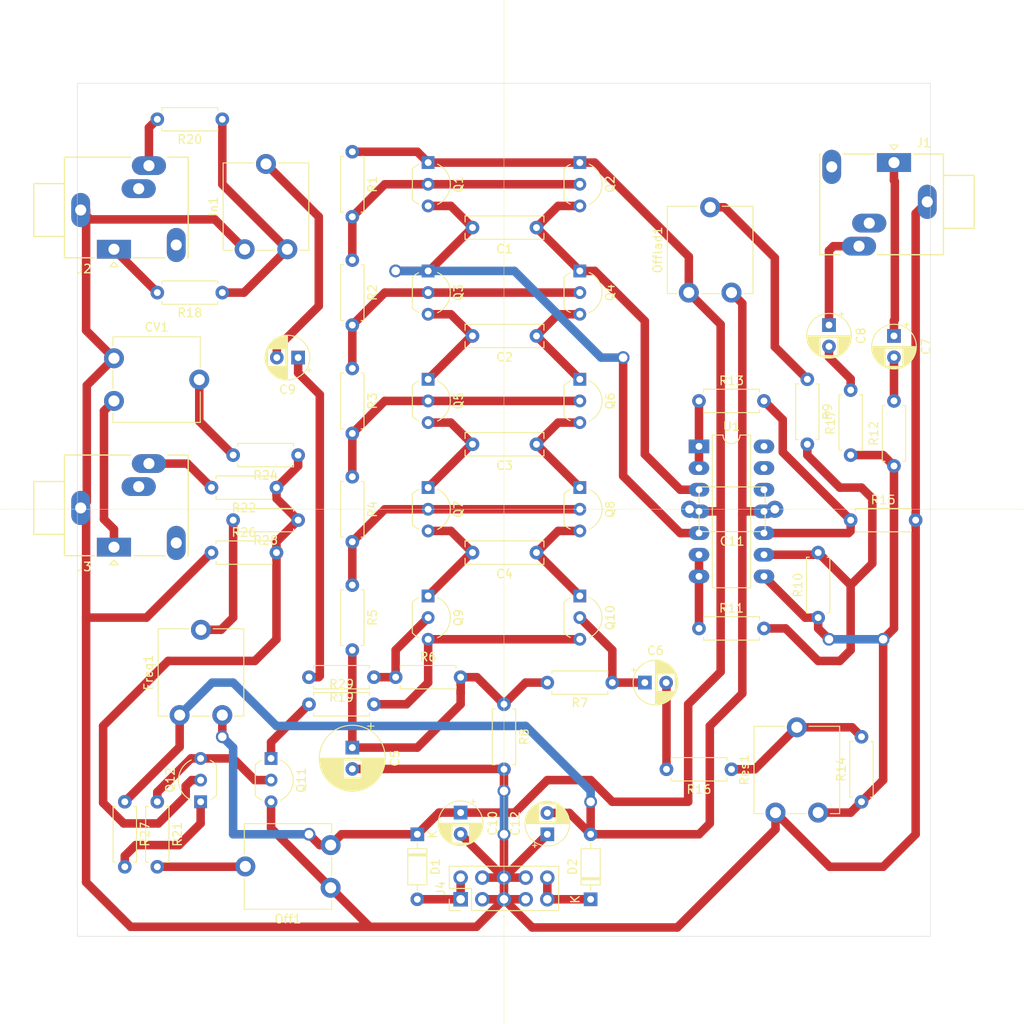
<source format=kicad_pcb>
(kicad_pcb (version 20171130) (host pcbnew "(5.1.5-0-10_14)")
  (title_block (title "Ladder Filter") (date 2021-01-14) (rev 1.0) (company "Sound & Solder | SDIY | Social Design 2021 | David Scheßl, Danny Nedkova"))
  (layers (0 F.Cu signal) (31 B.Cu signal) (34 B.Paste user) (35 F.Paste user) (36 B.SilkS user) (37 F.SilkS user) (38 B.Mask user) (39 F.Mask user) (44 Edge.Cuts user))
  (net 0 "")
  (net 1 "Net-(C2-Pad1)")
  (net 2 "Net-(C2-Pad2)")
  (net 3 "Net-(C3-Pad2)")
  (net 4 "Net-(C3-Pad1)")
  (net 5 "Net-(C4-Pad1)")
  (net 6 "Net-(C4-Pad2)")
  (net 7 "Net-(C5-Pad1)")
  (net 8 GND)
  (net 9 IN)
  (net 10 +12V)
  (net 11 CV)
  (net 12 "Net-(Q1-Pad2)")
  (net 13 "Net-(Q3-Pad2)")
  (net 14 "Net-(Q5-Pad2)")
  (net 15 "Net-(Q7-Pad2)")
  (net 16 RES)
  (net 17 Out2)
  (net 18 Out1)
  (net 19 "Net-(C6-Pad2)")
  (net 20 "Net-(R10-Pad2)")
  (net 21 "Net-(R11-Pad1)")
  (net 22 "Net-(R13-Pad2)")
  (net 23 "Net-(R13-Pad1)")
  (net 24 "Net-(R10-Pad1)")
  (net 25 "Net-(R14-Pad2)")
  (net 26 -12V)
  (net 27 "Net-(C7-Pad2)")
  (net 28 "Net-(C7-Pad1)")
  (net 29 "Net-(C8-Pad2)")
  (net 30 "Net-(C8-Pad1)")
  (net 31 "Net-(C9-Pad2)")
  (net 32 "Net-(Q10-Pad3)")
  (net 33 "Net-(Q11-Pad2)")
  (net 34 "Net-(Q12-Pad1)")
  (net 35 "Net-(Q12-Pad2)")
  (net 36 "Net-(J2-PadT)")
  (net 37 "Net-(J2-PadR)")
  (net 38 "Net-(J3-PadR)")
  (net 39 "Net-(D1-Pad2)")
  (net 40 "Net-(D2-Pad1)")
  (net 41 "Net-(C9-Pad1)")
  (net 42 "Net-(Freq1-Pad2)")
  (net 43 "Net-(Off1-Pad2)")
  (net 44 "Net-(CV1-Pad1)")
  (net 45 "Net-(CV1-Pad2)")
  (net 46 "Net-(In1-Pad1)")
  (net 47 "Net-(Offlad1-Pad2)")
  (module Capacitor_THT:C_Disc_D7.5mm_W5.0mm_P10.00mm (layer F.Cu) (at 170.48 98.4 180)
    (fp_text reference C11 (at 5 -3.75) (layer F.SilkS))
    (fp_text value 100n)
    (pad 2 thru_hole circle (at 10 0 180) (size 2 2) (drill 1) (layers *.Cu *.Mask) (net 10 +12V))
    (pad 1 thru_hole circle (at 0 0 180) (size 2 2) (drill 1) (layers *.Cu *.Mask) (net 26 -12V))
  )
  (module Package_TO_SOT_THT:TO-92_Inline_Wide (layer F.Cu) (at 103.17 132.69 90)
    (fp_text reference Q12 (at 2.54 -3.56 90) (layer F.SilkS))
    (fp_text value BC557)
    (pad 1 thru_hole rect (at 0 0 180) (size 1.5 1.5) (drill 0.8) (layers *.Cu *.Mask) (net 34 "Net-(Q12-Pad1)"))
    (pad 3 thru_hole circle (at 5.08 0 180) (size 1.5 1.5) (drill 0.8) (layers *.Cu *.Mask) (net 33 "Net-(Q11-Pad2)"))
    (pad 2 thru_hole circle (at 2.54 0 180) (size 1.5 1.5) (drill 0.8) (layers *.Cu *.Mask) (net 35 "Net-(Q12-Pad2)"))
  )
  (module Connector_PinHeader_2.54mm:PinHeader_2x05_P2.54mm_Vertical (layer F.Cu) (at 133.65 144.12 90)
    (fp_text reference J4 (at 1.27 -2.33 90) (layer F.SilkS))
    (fp_text value EURO_PWR_2x5)
    (pad 10 thru_hole oval (at 2.54 10.16 90) (size 1.7 1.7) (drill 1) (layers *.Cu *.Mask) (net 40 "Net-(D2-Pad1)"))
    (pad 9 thru_hole oval (at 0 10.16 90) (size 1.7 1.7) (drill 1) (layers *.Cu *.Mask) (net 40 "Net-(D2-Pad1)"))
    (pad 8 thru_hole oval (at 2.54 7.62 90) (size 1.7 1.7) (drill 1) (layers *.Cu *.Mask) (net 8 GND))
    (pad 7 thru_hole oval (at 0 7.62 90) (size 1.7 1.7) (drill 1) (layers *.Cu *.Mask) (net 8 GND))
    (pad 6 thru_hole oval (at 2.54 5.08 90) (size 1.7 1.7) (drill 1) (layers *.Cu *.Mask) (net 8 GND))
    (pad 5 thru_hole oval (at 0 5.08 90) (size 1.7 1.7) (drill 1) (layers *.Cu *.Mask) (net 8 GND))
    (pad 4 thru_hole oval (at 2.54 2.54 90) (size 1.7 1.7) (drill 1) (layers *.Cu *.Mask) (net 8 GND))
    (pad 3 thru_hole oval (at 0 2.54 90) (size 1.7 1.7) (drill 1) (layers *.Cu *.Mask) (net 8 GND))
    (pad 2 thru_hole oval (at 2.54 0 90) (size 1.7 1.7) (drill 1) (layers *.Cu *.Mask) (net 39 "Net-(D1-Pad2)"))
    (pad 1 thru_hole rect (at 0 0 90) (size 1.7 1.7) (drill 1) (layers *.Cu *.Mask) (net 39 "Net-(D1-Pad2)"))
  )
  (module Connector_Audio:Jack_3.5mm_Ledino_KB3SPRS_Horizontal (layer F.Cu) (at 93.01 102.845)
    (fp_text reference J3 (at -3.5 2.3) (layer F.SilkS))
    (fp_text value Cv)
    (pad S thru_hole oval (at -3.9 -4.6) (size 2.2 4) (drill 1.3) (layers *.Cu *.Mask) (net 8 GND))
    (pad R thru_hole oval (at 4.1 -9.8) (size 4 2.2) (drill 1.3) (layers *.Cu *.Mask) (net 38 "Net-(J3-PadR)"))
    (pad RN thru_hole oval (at 2.9 -7.1) (size 4 2.2) (drill 1.3) (layers *.Cu *.Mask))
    (pad TN thru_hole oval (at 7.3 -0.5 90) (size 4 2.2) (drill 1.3) (layers *.Cu *.Mask))
    (pad T thru_hole rect (at 0 0) (size 4 2.2) (drill 1.3) (layers *.Cu *.Mask) (net 44 "Net-(CV1-Pad1)"))
  )
  (module Connector_Audio:Jack_3.5mm_Ledino_KB3SPRS_Horizontal (layer F.Cu) (at 93.01 67.92)
    (fp_text reference J2 (at -3.5 2.3) (layer F.SilkS))
    (fp_text value In)
    (pad S thru_hole oval (at -3.9 -4.6) (size 2.2 4) (drill 1.3) (layers *.Cu *.Mask) (net 8 GND))
    (pad R thru_hole oval (at 4.1 -9.8) (size 4 2.2) (drill 1.3) (layers *.Cu *.Mask) (net 37 "Net-(J2-PadR)"))
    (pad RN thru_hole oval (at 2.9 -7.1) (size 4 2.2) (drill 1.3) (layers *.Cu *.Mask))
    (pad TN thru_hole oval (at 7.3 -0.5 90) (size 4 2.2) (drill 1.3) (layers *.Cu *.Mask))
    (pad T thru_hole rect (at 0 0) (size 4 2.2) (drill 1.3) (layers *.Cu *.Mask) (net 36 "Net-(J2-PadT)"))
  )
  (module Connector_Audio:Jack_3.5mm_Ledino_KB3SPRS_Horizontal (layer F.Cu) (at 184.45 57.76 180)
    (fp_text reference J1 (at -3.5 2.3) (layer F.SilkS))
    (fp_text value Out)
    (pad S thru_hole oval (at -3.9 -4.6 180) (size 2.2 4) (drill 1.3) (layers *.Cu *.Mask) (net 8 GND))
    (pad R thru_hole oval (at 4.1 -9.8 180) (size 4 2.2) (drill 1.3) (layers *.Cu *.Mask) (net 30 "Net-(C8-Pad1)"))
    (pad RN thru_hole oval (at 2.9 -7.1 180) (size 4 2.2) (drill 1.3) (layers *.Cu *.Mask))
    (pad TN thru_hole oval (at 7.3 -0.5 270) (size 4 2.2) (drill 1.3) (layers *.Cu *.Mask))
    (pad T thru_hole rect (at 0 0 180) (size 4 2.2) (drill 1.3) (layers *.Cu *.Mask) (net 28 "Net-(C7-Pad1)"))
  )
  (module Diode_THT:D_DO-35_SOD27_P7.62mm_Horizontal (layer F.Cu) (at 148.89 144.12 90)
    (fp_text reference D2 (at 3.81 -2.12 90) (layer F.SilkS))
    (fp_text value D)
    (fp_text user K (at 0 -1.8 90) (layer F.SilkS))
    (pad 2 thru_hole oval (at 7.62 0 90) (size 1.6 1.6) (drill 0.8) (layers *.Cu *.Mask) (net 26 -12V))
    (pad 1 thru_hole rect (at 0 0 90) (size 1.6 1.6) (drill 0.8) (layers *.Cu *.Mask) (net 40 "Net-(D2-Pad1)"))
  )
  (module Diode_THT:D_DO-35_SOD27_P7.62mm_Horizontal (layer F.Cu) (at 128.57 136.5 270)
    (fp_text reference D1 (at 3.81 -2.12 90) (layer F.SilkS))
    (fp_text value D)
    (fp_text user K (at 0 -1.8 90) (layer F.SilkS))
    (pad 2 thru_hole oval (at 7.62 0 270) (size 1.6 1.6) (drill 0.8) (layers *.Cu *.Mask) (net 39 "Net-(D1-Pad2)"))
    (pad 1 thru_hole rect (at 0 0 270) (size 1.6 1.6) (drill 0.8) (layers *.Cu *.Mask) (net 10 +12V))
  )
  (module Potentiometer_THT:Potentiometer_ACP_CA9-V10_Vertical (layer F.Cu) (at 105.71 122.53 90)
    (fp_text reference Freq1 (at 5 -8.65 90) (layer F.SilkS))
    (fp_text value 100k)
    (pad 1 thru_hole circle (at 0 0 90) (size 2.34 2.34) (drill 1.3) (layers *.Cu *.Mask) (net 10 +12V))
    (pad 2 thru_hole circle (at 10 -2.5 90) (size 2.34 2.34) (drill 1.3) (layers *.Cu *.Mask) (net 42 "Net-(Freq1-Pad2)"))
    (pad 3 thru_hole circle (at 0 -5 90) (size 2.34 2.34) (drill 1.3) (layers *.Cu *.Mask) (net 26 -12V))
  )
  (module Potentiometer_THT:Potentiometer_ACP_CA9-V10_Vertical (layer F.Cu) (at 93.01 85.7)
    (fp_text reference CV1 (at 5 -8.65) (layer F.SilkS))
    (fp_text value 100k)
    (pad 1 thru_hole circle (at 0 0) (size 2.34 2.34) (drill 1.3) (layers *.Cu *.Mask) (net 44 "Net-(CV1-Pad1)"))
    (pad 2 thru_hole circle (at 10 -2.5) (size 2.34 2.34) (drill 1.3) (layers *.Cu *.Mask) (net 45 "Net-(CV1-Pad2)"))
    (pad 3 thru_hole circle (at 0 -5) (size 2.34 2.34) (drill 1.3) (layers *.Cu *.Mask) (net 8 GND))
  )
  (module Potentiometer_THT:Potentiometer_ACP_CA9-V10_Vertical (layer F.Cu) (at 118.41 137.77 180)
    (fp_text reference Off1 (at 5 -8.65) (layer F.SilkS))
    (fp_text value 100k)
    (pad 1 thru_hole circle (at 0 0 180) (size 2.34 2.34) (drill 1.3) (layers *.Cu *.Mask) (net 10 +12V))
    (pad 2 thru_hole circle (at 10 -2.5 180) (size 2.34 2.34) (drill 1.3) (layers *.Cu *.Mask) (net 43 "Net-(Off1-Pad2)"))
    (pad 3 thru_hole circle (at 0 -5 180) (size 2.34 2.34) (drill 1.3) (layers *.Cu *.Mask) (net 8 GND))
  )
  (module Potentiometer_THT:Potentiometer_ACP_CA9-V10_Vertical (layer F.Cu) (at 113.33 67.92 90)
    (fp_text reference In1 (at 5 -8.65 90) (layer F.SilkS))
    (fp_text value 10k)
    (pad 1 thru_hole circle (at 0 0 90) (size 2.34 2.34) (drill 1.3) (layers *.Cu *.Mask) (net 46 "Net-(In1-Pad1)"))
    (pad 2 thru_hole circle (at 10 -2.5 90) (size 2.34 2.34) (drill 1.3) (layers *.Cu *.Mask) (net 31 "Net-(C9-Pad2)"))
    (pad 3 thru_hole circle (at 0 -5 90) (size 2.34 2.34) (drill 1.3) (layers *.Cu *.Mask) (net 8 GND))
  )
  (module Resistor_THT:R_Axial_DIN0207_L6.3mm_D2.5mm_P7.62mm_Horizontal (layer F.Cu) (at 115.87 121.26)
    (fp_text reference R29 (at 3.81 -2.37) (layer F.SilkS))
    (fp_text value 1k)
    (pad 2 thru_hole oval (at 7.62 0) (size 1.6 1.6) (drill 0.8) (layers *.Cu *.Mask) (net 32 "Net-(Q10-Pad3)"))
    (pad 1 thru_hole circle (at 0 0) (size 1.6 1.6) (drill 0.8) (layers *.Cu *.Mask) (net 11 CV))
  )
  (module Resistor_THT:R_Axial_DIN0207_L6.3mm_D2.5mm_P7.62mm_Horizontal (layer F.Cu) (at 114.6 99.67 180)
    (fp_text reference R28 (at 3.81 -2.37) (layer F.SilkS))
    (fp_text value 100k)
    (pad 2 thru_hole oval (at 7.62 0 180) (size 1.6 1.6) (drill 0.8) (layers *.Cu *.Mask) (net 42 "Net-(Freq1-Pad2)"))
    (pad 1 thru_hole circle (at 0 0 180) (size 1.6 1.6) (drill 0.8) (layers *.Cu *.Mask) (net 35 "Net-(Q12-Pad2)"))
  )
  (module Resistor_THT:R_Axial_DIN0207_L6.3mm_D2.5mm_P7.62mm_Horizontal (layer F.Cu) (at 94.28 132.69 270)
    (fp_text reference R27 (at 3.81 -2.37 90) (layer F.SilkS))
    (fp_text value 1,2k)
    (pad 2 thru_hole oval (at 7.62 0 270) (size 1.6 1.6) (drill 0.8) (layers *.Cu *.Mask) (net 34 "Net-(Q12-Pad1)"))
    (pad 1 thru_hole circle (at 0 0 270) (size 1.6 1.6) (drill 0.8) (layers *.Cu *.Mask) (net 26 -12V))
  )
  (module Resistor_THT:R_Axial_DIN0207_L6.3mm_D2.5mm_P7.62mm_Horizontal (layer F.Cu) (at 104.44 103.48)
    (fp_text reference R26 (at 3.81 -2.37) (layer F.SilkS))
    (fp_text value 1,2k)
    (pad 2 thru_hole oval (at 7.62 0) (size 1.6 1.6) (drill 0.8) (layers *.Cu *.Mask) (net 35 "Net-(Q12-Pad2)"))
    (pad 1 thru_hole circle (at 0 0) (size 1.6 1.6) (drill 0.8) (layers *.Cu *.Mask) (net 8 GND))
  )
  (module Resistor_THT:R_Axial_DIN0207_L6.3mm_D2.5mm_P7.62mm_Horizontal (layer F.Cu) (at 114.6 92.05 180)
    (fp_text reference R24 (at 3.81 -2.37) (layer F.SilkS))
    (fp_text value 100k)
    (pad 2 thru_hole oval (at 7.62 0 180) (size 1.6 1.6) (drill 0.8) (layers *.Cu *.Mask) (net 45 "Net-(CV1-Pad2)"))
    (pad 1 thru_hole circle (at 0 0 180) (size 1.6 1.6) (drill 0.8) (layers *.Cu *.Mask) (net 35 "Net-(Q12-Pad2)"))
  )
  (module Resistor_THT:R_Axial_DIN0207_L6.3mm_D2.5mm_P7.62mm_Horizontal (layer F.Cu) (at 112.06 95.86 180)
    (fp_text reference R22 (at 3.81 -2.37) (layer F.SilkS))
    (fp_text value 100k)
    (pad 2 thru_hole oval (at 7.62 0 180) (size 1.6 1.6) (drill 0.8) (layers *.Cu *.Mask) (net 38 "Net-(J3-PadR)"))
    (pad 1 thru_hole circle (at 0 0 180) (size 1.6 1.6) (drill 0.8) (layers *.Cu *.Mask) (net 35 "Net-(Q12-Pad2)"))
  )
  (module Resistor_THT:R_Axial_DIN0207_L6.3mm_D2.5mm_P7.62mm_Horizontal (layer F.Cu) (at 98.09 132.69 270)
    (fp_text reference R21 (at 3.81 -2.37 90) (layer F.SilkS))
    (fp_text value 100k)
    (pad 2 thru_hole oval (at 7.62 0 270) (size 1.6 1.6) (drill 0.8) (layers *.Cu *.Mask) (net 43 "Net-(Off1-Pad2)"))
    (pad 1 thru_hole circle (at 0 0 270) (size 1.6 1.6) (drill 0.8) (layers *.Cu *.Mask) (net 33 "Net-(Q11-Pad2)"))
  )
  (module Resistor_THT:R_Axial_DIN0207_L6.3mm_D2.5mm_P7.62mm_Horizontal (layer F.Cu) (at 105.71 52.68 180)
    (fp_text reference R20 (at 3.81 -2.37) (layer F.SilkS))
    (fp_text value 1k)
    (pad 2 thru_hole oval (at 7.62 0 180) (size 1.6 1.6) (drill 0.8) (layers *.Cu *.Mask) (net 37 "Net-(J2-PadR)"))
    (pad 1 thru_hole circle (at 0 0 180) (size 1.6 1.6) (drill 0.8) (layers *.Cu *.Mask) (net 46 "Net-(In1-Pad1)"))
  )
  (module Resistor_THT:R_Axial_DIN0207_L6.3mm_D2.5mm_P7.62mm_Horizontal (layer F.Cu) (at 123.49 118.085 180)
    (fp_text reference R19 (at 3.81 -2.37) (layer F.SilkS))
    (fp_text value 9k)
    (pad 2 thru_hole oval (at 7.62 0 180) (size 1.6 1.6) (drill 0.8) (layers *.Cu *.Mask) (net 41 "Net-(C9-Pad1)"))
    (pad 1 thru_hole circle (at 0 0 180) (size 1.6 1.6) (drill 0.8) (layers *.Cu *.Mask) (net 9 IN))
  )
  (module Resistor_THT:R_Axial_DIN0207_L6.3mm_D2.5mm_P7.62mm_Horizontal (layer F.Cu) (at 105.71 73 180)
    (fp_text reference R18 (at 3.81 -2.37) (layer F.SilkS))
    (fp_text value 1k)
    (pad 2 thru_hole oval (at 7.62 0 180) (size 1.6 1.6) (drill 0.8) (layers *.Cu *.Mask) (net 36 "Net-(J2-PadT)"))
    (pad 1 thru_hole circle (at 0 0 180) (size 1.6 1.6) (drill 0.8) (layers *.Cu *.Mask) (net 46 "Net-(In1-Pad1)"))
  )
  (module Resistor_THT:R_Axial_DIN0207_L6.3mm_D2.5mm_P7.62mm_Horizontal (layer F.Cu) (at 179.37 92.05 90)
    (fp_text reference R17 (at 3.81 -2.37 90) (layer F.SilkS))
    (fp_text value 1k)
    (pad 2 thru_hole oval (at 7.62 0 90) (size 1.6 1.6) (drill 0.8) (layers *.Cu *.Mask) (net 29 "Net-(C8-Pad2)"))
    (pad 1 thru_hole circle (at 0 0 90) (size 1.6 1.6) (drill 0.8) (layers *.Cu *.Mask) (net 24 "Net-(R10-Pad1)"))
  )
  (module Package_TO_SOT_THT:TO-92_Inline_Wide (layer F.Cu) (at 111.425 127.61 270)
    (fp_text reference Q11 (at 2.54 -3.56 90) (layer F.SilkS))
    (fp_text value BC547)
    (pad 1 thru_hole rect (at 0 0) (size 1.5 1.5) (drill 0.8) (layers *.Cu *.Mask) (net 11 CV))
    (pad 3 thru_hole circle (at 5.08 0) (size 1.5 1.5) (drill 0.8) (layers *.Cu *.Mask) (net 8 GND))
    (pad 2 thru_hole circle (at 2.54 0) (size 1.5 1.5) (drill 0.8) (layers *.Cu *.Mask) (net 33 "Net-(Q11-Pad2)"))
  )
  (module Capacitor_THT:CP_Radial_D5.0mm_P2.50mm (layer F.Cu) (at 143.81 136.5 90)
    (fp_text reference C12 (at 1.25 -3.75 90) (layer F.SilkS))
    (fp_text value 10u)
    (pad 2 thru_hole circle (at 2.5 0 90) (size 1.6 1.6) (drill 0.8) (layers *.Cu *.Mask) (net 26 -12V))
    (pad 1 thru_hole rect (at 0 0 90) (size 1.6 1.6) (drill 0.8) (layers *.Cu *.Mask) (net 8 GND))
  )
  (module Capacitor_THT:CP_Radial_D5.0mm_P2.50mm (layer F.Cu) (at 133.65 133.96 270)
    (fp_text reference C10 (at 1.25 -3.75 90) (layer F.SilkS))
    (fp_text value 10u)
    (pad 2 thru_hole circle (at 2.5 0 270) (size 1.6 1.6) (drill 0.8) (layers *.Cu *.Mask) (net 8 GND))
    (pad 1 thru_hole rect (at 0 0 270) (size 1.6 1.6) (drill 0.8) (layers *.Cu *.Mask) (net 10 +12V))
  )
  (module Capacitor_THT:CP_Radial_D5.0mm_P2.50mm (layer F.Cu) (at 114.6 80.62 180)
    (fp_text reference C9 (at 1.25 -3.75) (layer F.SilkS))
    (fp_text value 10u)
    (pad 2 thru_hole circle (at 2.5 0 180) (size 1.6 1.6) (drill 0.8) (layers *.Cu *.Mask) (net 31 "Net-(C9-Pad2)"))
    (pad 1 thru_hole rect (at 0 0 180) (size 1.6 1.6) (drill 0.8) (layers *.Cu *.Mask) (net 41 "Net-(C9-Pad1)"))
  )
  (module Capacitor_THT:CP_Radial_D5.0mm_P2.50mm (layer F.Cu) (at 176.83 76.81 270)
    (fp_text reference C8 (at 1.25 -3.75 90) (layer F.SilkS))
    (fp_text value 10u)
    (pad 2 thru_hole circle (at 2.5 0 270) (size 1.6 1.6) (drill 0.8) (layers *.Cu *.Mask) (net 29 "Net-(C8-Pad2)"))
    (pad 1 thru_hole rect (at 0 0 270) (size 1.6 1.6) (drill 0.8) (layers *.Cu *.Mask) (net 30 "Net-(C8-Pad1)"))
  )
  (module Capacitor_THT:CP_Radial_D5.0mm_P2.50mm (layer F.Cu) (at 184.45 78.08 270)
    (fp_text reference C7 (at 1.25 -3.75 90) (layer F.SilkS))
    (fp_text value 10u)
    (pad 2 thru_hole circle (at 2.5 0 270) (size 1.6 1.6) (drill 0.8) (layers *.Cu *.Mask) (net 27 "Net-(C7-Pad2)"))
    (pad 1 thru_hole rect (at 0 0 270) (size 1.6 1.6) (drill 0.8) (layers *.Cu *.Mask) (net 28 "Net-(C7-Pad1)"))
  )
  (module Package_DIP:DIP-14_W7.62mm_LongPads (layer F.Cu) (at 161.59 91.03)
    (fp_text reference U1 (at 3.81 -2.33) (layer F.SilkS))
    (fp_text value TL074)
    (pad 14 thru_hole oval (at 7.62 0) (size 2.4 1.6) (drill 0.8) (layers *.Cu *.Mask))
    (pad 7 thru_hole oval (at 0 15.24) (size 2.4 1.6) (drill 0.8) (layers *.Cu *.Mask) (net 21 "Net-(R11-Pad1)"))
    (pad 13 thru_hole oval (at 7.62 2.54) (size 2.4 1.6) (drill 0.8) (layers *.Cu *.Mask))
    (pad 6 thru_hole oval (at 0 12.7) (size 2.4 1.6) (drill 0.8) (layers *.Cu *.Mask) (net 21 "Net-(R11-Pad1)"))
    (pad 12 thru_hole oval (at 7.62 5.08) (size 2.4 1.6) (drill 0.8) (layers *.Cu *.Mask))
    (pad 5 thru_hole oval (at 0 10.16) (size 2.4 1.6) (drill 0.8) (layers *.Cu *.Mask) (net 18 Out1))
    (pad 11 thru_hole oval (at 7.62 7.62) (size 2.4 1.6) (drill 0.8) (layers *.Cu *.Mask) (net 26 -12V))
    (pad 4 thru_hole oval (at 0 7.62) (size 2.4 1.6) (drill 0.8) (layers *.Cu *.Mask) (net 10 +12V))
    (pad 10 thru_hole oval (at 7.62 10.16) (size 2.4 1.6) (drill 0.8) (layers *.Cu *.Mask) (net 22 "Net-(R13-Pad2)"))
    (pad 3 thru_hole oval (at 0 5.08) (size 2.4 1.6) (drill 0.8) (layers *.Cu *.Mask) (net 17 Out2))
    (pad 9 thru_hole oval (at 7.62 12.7) (size 2.4 1.6) (drill 0.8) (layers *.Cu *.Mask) (net 20 "Net-(R10-Pad2)"))
    (pad 2 thru_hole oval (at 0 2.54) (size 2.4 1.6) (drill 0.8) (layers *.Cu *.Mask) (net 23 "Net-(R13-Pad1)"))
    (pad 8 thru_hole oval (at 7.62 15.24) (size 2.4 1.6) (drill 0.8) (layers *.Cu *.Mask) (net 24 "Net-(R10-Pad1)"))
    (pad 1 thru_hole rect (at 0 0) (size 2.4 1.6) (drill 0.8) (layers *.Cu *.Mask) (net 23 "Net-(R13-Pad1)"))
  )
  (module Potentiometer_THT:Potentiometer_ACP_CA9-V10_Vertical (layer F.Cu) (at 175.56 133.96 90)
    (fp_text reference Res1 (at 5 -8.65 90) (layer F.SilkS))
    (fp_text value 10k)
    (pad 1 thru_hole circle (at 0 0 90) (size 2.34 2.34) (drill 1.3) (layers *.Cu *.Mask) (net 24 "Net-(R10-Pad1)"))
    (pad 2 thru_hole circle (at 10 -2.5 90) (size 2.34 2.34) (drill 1.3) (layers *.Cu *.Mask) (net 25 "Net-(R14-Pad2)"))
    (pad 3 thru_hole circle (at 0 -5 90) (size 2.34 2.34) (drill 1.3) (layers *.Cu *.Mask) (net 8 GND))
  )
  (module Potentiometer_THT:Potentiometer_ACP_CA9-V10_Vertical (layer F.Cu) (at 165.4 73 90)
    (fp_text reference Offlad1 (at 5 -8.65 90) (layer F.SilkS))
    (fp_text value 100k)
    (pad 1 thru_hole circle (at 0 0 90) (size 2.34 2.34) (drill 1.3) (layers *.Cu *.Mask) (net 26 -12V))
    (pad 2 thru_hole circle (at 10 -2.5 90) (size 2.34 2.34) (drill 1.3) (layers *.Cu *.Mask) (net 47 "Net-(Offlad1-Pad2)"))
    (pad 3 thru_hole circle (at 0 -5 90) (size 2.34 2.34) (drill 1.3) (layers *.Cu *.Mask) (net 10 +12V))
  )
  (module Capacitor_THT:CP_Radial_D5.0mm_P2.50mm (layer F.Cu) (at 155.24 118.72)
    (fp_text reference C6 (at 1.25 -3.75) (layer F.SilkS))
    (fp_text value 10u)
    (pad 2 thru_hole circle (at 2.5 0) (size 1.6 1.6) (drill 0.8) (layers *.Cu *.Mask) (net 19 "Net-(C6-Pad2)"))
    (pad 1 thru_hole rect (at 0 0) (size 1.6 1.6) (drill 0.8) (layers *.Cu *.Mask) (net 16 RES))
  )
  (module Resistor_THT:R_Axial_DIN0207_L6.3mm_D2.5mm_P7.62mm_Horizontal (layer F.Cu) (at 165.4 128.88 180)
    (fp_text reference R16 (at 3.81 -2.37) (layer F.SilkS))
    (fp_text value 6,8k)
    (pad 2 thru_hole oval (at 7.62 0 180) (size 1.6 1.6) (drill 0.8) (layers *.Cu *.Mask) (net 19 "Net-(C6-Pad2)"))
    (pad 1 thru_hole circle (at 0 0 180) (size 1.6 1.6) (drill 0.8) (layers *.Cu *.Mask) (net 25 "Net-(R14-Pad2)"))
  )
  (module Resistor_THT:R_Axial_DIN0207_L6.3mm_D2.5mm_P7.62mm_Horizontal (layer F.Cu) (at 179.37 99.67)
    (fp_text reference R15 (at 3.81 -2.37) (layer F.SilkS))
    (fp_text value 100k)
    (pad 2 thru_hole oval (at 7.62 0) (size 1.6 1.6) (drill 0.8) (layers *.Cu *.Mask) (net 8 GND))
    (pad 1 thru_hole circle (at 0 0) (size 1.6 1.6) (drill 0.8) (layers *.Cu *.Mask) (net 22 "Net-(R13-Pad2)"))
  )
  (module Resistor_THT:R_Axial_DIN0207_L6.3mm_D2.5mm_P7.62mm_Horizontal (layer F.Cu) (at 180.64 132.69 90)
    (fp_text reference R14 (at 3.81 -2.37 90) (layer F.SilkS))
    (fp_text value 4,7k)
    (pad 2 thru_hole oval (at 7.62 0 90) (size 1.6 1.6) (drill 0.8) (layers *.Cu *.Mask) (net 25 "Net-(R14-Pad2)"))
    (pad 1 thru_hole circle (at 0 0 90) (size 1.6 1.6) (drill 0.8) (layers *.Cu *.Mask) (net 24 "Net-(R10-Pad1)"))
  )
  (module Resistor_THT:R_Axial_DIN0207_L6.3mm_D2.5mm_P7.62mm_Horizontal (layer F.Cu) (at 161.59 85.7)
    (fp_text reference R13 (at 3.81 -2.37) (layer F.SilkS))
    (fp_text value 1,5k)
    (pad 2 thru_hole oval (at 7.62 0) (size 1.6 1.6) (drill 0.8) (layers *.Cu *.Mask) (net 22 "Net-(R13-Pad2)"))
    (pad 1 thru_hole circle (at 0 0) (size 1.6 1.6) (drill 0.8) (layers *.Cu *.Mask) (net 23 "Net-(R13-Pad1)"))
  )
  (module Resistor_THT:R_Axial_DIN0207_L6.3mm_D2.5mm_P7.62mm_Horizontal (layer F.Cu) (at 184.45 93.32 90)
    (fp_text reference R12 (at 3.81 -2.37 90) (layer F.SilkS))
    (fp_text value 1k)
    (pad 2 thru_hole oval (at 7.62 0 90) (size 1.6 1.6) (drill 0.8) (layers *.Cu *.Mask) (net 27 "Net-(C7-Pad2)"))
    (pad 1 thru_hole circle (at 0 0 90) (size 1.6 1.6) (drill 0.8) (layers *.Cu *.Mask) (net 24 "Net-(R10-Pad1)"))
  )
  (module Resistor_THT:R_Axial_DIN0207_L6.3mm_D2.5mm_P7.62mm_Horizontal (layer F.Cu) (at 161.59 112.37)
    (fp_text reference R11 (at 3.81 -2.37) (layer F.SilkS))
    (fp_text value 1,5k)
    (pad 2 thru_hole oval (at 7.62 0) (size 1.6 1.6) (drill 0.8) (layers *.Cu *.Mask) (net 20 "Net-(R10-Pad2)"))
    (pad 1 thru_hole circle (at 0 0) (size 1.6 1.6) (drill 0.8) (layers *.Cu *.Mask) (net 21 "Net-(R11-Pad1)"))
  )
  (module Resistor_THT:R_Axial_DIN0207_L6.3mm_D2.5mm_P7.62mm_Horizontal (layer F.Cu) (at 175.56 111.1 90)
    (fp_text reference R10 (at 3.81 -2.37 90) (layer F.SilkS))
    (fp_text value 100k)
    (pad 2 thru_hole oval (at 7.62 0 90) (size 1.6 1.6) (drill 0.8) (layers *.Cu *.Mask) (net 20 "Net-(R10-Pad2)"))
    (pad 1 thru_hole circle (at 0 0 90) (size 1.6 1.6) (drill 0.8) (layers *.Cu *.Mask) (net 24 "Net-(R10-Pad1)"))
  )
  (module Resistor_THT:R_Axial_DIN0207_L6.3mm_D2.5mm_P7.62mm_Horizontal (layer F.Cu) (at 174.29 83.16 270)
    (fp_text reference R9 (at 3.81 -2.37 90) (layer F.SilkS))
    (fp_text value 1m)
    (pad 2 thru_hole oval (at 7.62 0 270) (size 1.6 1.6) (drill 0.8) (layers *.Cu *.Mask) (net 20 "Net-(R10-Pad2)"))
    (pad 1 thru_hole circle (at 0 0 270) (size 1.6 1.6) (drill 0.8) (layers *.Cu *.Mask) (net 47 "Net-(Offlad1-Pad2)"))
  )
  (module Package_TO_SOT_THT:TO-92_Inline_Wide (layer F.Cu) (at 147.62 108.56 270)
    (fp_text reference Q10 (at 2.54 -3.56 90) (layer F.SilkS))
    (fp_text value BC547)
    (pad 1 thru_hole rect (at 0 0) (size 1.5 1.5) (drill 0.8) (layers *.Cu *.Mask) (net 5 "Net-(C4-Pad1)"))
    (pad 3 thru_hole circle (at 5.08 0) (size 1.5 1.5) (drill 0.8) (layers *.Cu *.Mask) (net 32 "Net-(Q10-Pad3)"))
    (pad 2 thru_hole circle (at 2.54 0) (size 1.5 1.5) (drill 0.8) (layers *.Cu *.Mask) (net 16 RES))
  )
  (module Package_TO_SOT_THT:TO-92_Inline_Wide (layer F.Cu) (at 129.84 108.56 270)
    (fp_text reference Q9 (at 2.54 -3.56 90) (layer F.SilkS))
    (fp_text value BC547)
    (pad 1 thru_hole rect (at 0 0) (size 1.5 1.5) (drill 0.8) (layers *.Cu *.Mask) (net 6 "Net-(C4-Pad2)"))
    (pad 3 thru_hole circle (at 5.08 0) (size 1.5 1.5) (drill 0.8) (layers *.Cu *.Mask) (net 32 "Net-(Q10-Pad3)"))
    (pad 2 thru_hole circle (at 2.54 0) (size 1.5 1.5) (drill 0.8) (layers *.Cu *.Mask) (net 9 IN))
  )
  (module Package_TO_SOT_THT:TO-92_Inline_Wide (layer F.Cu) (at 147.62 95.86 270)
    (fp_text reference Q8 (at 2.54 -3.56 90) (layer F.SilkS))
    (fp_text value BC547)
    (pad 1 thru_hole rect (at 0 0) (size 1.5 1.5) (drill 0.8) (layers *.Cu *.Mask) (net 4 "Net-(C3-Pad1)"))
    (pad 3 thru_hole circle (at 5.08 0) (size 1.5 1.5) (drill 0.8) (layers *.Cu *.Mask) (net 5 "Net-(C4-Pad1)"))
    (pad 2 thru_hole circle (at 2.54 0) (size 1.5 1.5) (drill 0.8) (layers *.Cu *.Mask) (net 15 "Net-(Q7-Pad2)"))
  )
  (module Package_TO_SOT_THT:TO-92_Inline_Wide (layer F.Cu) (at 129.84 95.86 270)
    (fp_text reference Q7 (at 2.54 -3.56 90) (layer F.SilkS))
    (fp_text value BC547)
    (pad 1 thru_hole rect (at 0 0) (size 1.5 1.5) (drill 0.8) (layers *.Cu *.Mask) (net 3 "Net-(C3-Pad2)"))
    (pad 3 thru_hole circle (at 5.08 0) (size 1.5 1.5) (drill 0.8) (layers *.Cu *.Mask) (net 6 "Net-(C4-Pad2)"))
    (pad 2 thru_hole circle (at 2.54 0) (size 1.5 1.5) (drill 0.8) (layers *.Cu *.Mask) (net 15 "Net-(Q7-Pad2)"))
  )
  (module Package_TO_SOT_THT:TO-92_Inline_Wide (layer F.Cu) (at 147.62 83.16 270)
    (fp_text reference Q6 (at 2.54 -3.56 90) (layer F.SilkS))
    (fp_text value BC547)
    (pad 1 thru_hole rect (at 0 0) (size 1.5 1.5) (drill 0.8) (layers *.Cu *.Mask) (net 1 "Net-(C2-Pad1)"))
    (pad 3 thru_hole circle (at 5.08 0) (size 1.5 1.5) (drill 0.8) (layers *.Cu *.Mask) (net 4 "Net-(C3-Pad1)"))
    (pad 2 thru_hole circle (at 2.54 0) (size 1.5 1.5) (drill 0.8) (layers *.Cu *.Mask) (net 14 "Net-(Q5-Pad2)"))
  )
  (module Package_TO_SOT_THT:TO-92_Inline_Wide (layer F.Cu) (at 129.84 83.16 270)
    (fp_text reference Q5 (at 2.54 -3.56 90) (layer F.SilkS))
    (fp_text value BC547)
    (pad 1 thru_hole rect (at 0 0) (size 1.5 1.5) (drill 0.8) (layers *.Cu *.Mask) (net 2 "Net-(C2-Pad2)"))
    (pad 3 thru_hole circle (at 5.08 0) (size 1.5 1.5) (drill 0.8) (layers *.Cu *.Mask) (net 3 "Net-(C3-Pad2)"))
    (pad 2 thru_hole circle (at 2.54 0) (size 1.5 1.5) (drill 0.8) (layers *.Cu *.Mask) (net 14 "Net-(Q5-Pad2)"))
  )
  (module Package_TO_SOT_THT:TO-92_Inline_Wide (layer F.Cu) (at 147.62 70.46 270)
    (fp_text reference Q4 (at 2.54 -3.56 90) (layer F.SilkS))
    (fp_text value BC547)
    (pad 1 thru_hole rect (at 0 0) (size 1.5 1.5) (drill 0.8) (layers *.Cu *.Mask) (net 17 Out2))
    (pad 3 thru_hole circle (at 5.08 0) (size 1.5 1.5) (drill 0.8) (layers *.Cu *.Mask) (net 1 "Net-(C2-Pad1)"))
    (pad 2 thru_hole circle (at 2.54 0) (size 1.5 1.5) (drill 0.8) (layers *.Cu *.Mask) (net 13 "Net-(Q3-Pad2)"))
  )
  (module Package_TO_SOT_THT:TO-92_Inline_Wide (layer F.Cu) (at 129.84 70.46 270)
    (fp_text reference Q3 (at 2.54 -3.56 90) (layer F.SilkS))
    (fp_text value BC547)
    (pad 1 thru_hole rect (at 0 0) (size 1.5 1.5) (drill 0.8) (layers *.Cu *.Mask) (net 18 Out1))
    (pad 3 thru_hole circle (at 5.08 0) (size 1.5 1.5) (drill 0.8) (layers *.Cu *.Mask) (net 2 "Net-(C2-Pad2)"))
    (pad 2 thru_hole circle (at 2.54 0) (size 1.5 1.5) (drill 0.8) (layers *.Cu *.Mask) (net 13 "Net-(Q3-Pad2)"))
  )
  (module Package_TO_SOT_THT:TO-92_Inline_Wide (layer F.Cu) (at 147.62 57.76 270)
    (fp_text reference Q2 (at 2.54 -3.56 90) (layer F.SilkS))
    (fp_text value BC547)
    (pad 1 thru_hole rect (at 0 0) (size 1.5 1.5) (drill 0.8) (layers *.Cu *.Mask) (net 10 +12V))
    (pad 3 thru_hole circle (at 5.08 0) (size 1.5 1.5) (drill 0.8) (layers *.Cu *.Mask) (net 17 Out2))
    (pad 2 thru_hole circle (at 2.54 0) (size 1.5 1.5) (drill 0.8) (layers *.Cu *.Mask) (net 12 "Net-(Q1-Pad2)"))
  )
  (module Package_TO_SOT_THT:TO-92_Inline_Wide (layer F.Cu) (at 129.84 57.76 270)
    (fp_text reference Q1 (at 2.54 -3.56 90) (layer F.SilkS))
    (fp_text value BC547)
    (pad 1 thru_hole rect (at 0 0) (size 1.5 1.5) (drill 0.8) (layers *.Cu *.Mask) (net 10 +12V))
    (pad 3 thru_hole circle (at 5.08 0) (size 1.5 1.5) (drill 0.8) (layers *.Cu *.Mask) (net 18 Out1))
    (pad 2 thru_hole circle (at 2.54 0) (size 1.5 1.5) (drill 0.8) (layers *.Cu *.Mask) (net 12 "Net-(Q1-Pad2)"))
  )
  (module Capacitor_THT:C_Rect_L9.0mm_W2.5mm_P7.50mm_MKT (layer F.Cu) (at 142.54 78.08 180)
    (fp_text reference C2 (at 3.75 -2.5) (layer F.SilkS))
    (fp_text value 47n)
    (pad 2 thru_hole circle (at 7.5 0 180) (size 1.6 1.6) (drill 0.8) (layers *.Cu *.Mask) (net 2 "Net-(C2-Pad2)"))
    (pad 1 thru_hole circle (at 0 0 180) (size 1.6 1.6) (drill 0.8) (layers *.Cu *.Mask) (net 1 "Net-(C2-Pad1)"))
  )
  (module Capacitor_THT:C_Rect_L9.0mm_W2.5mm_P7.50mm_MKT (layer F.Cu) (at 142.54 65.38 180)
    (fp_text reference C1 (at 3.75 -2.5) (layer F.SilkS))
    (fp_text value 47n)
    (pad 1 thru_hole circle (at 0 0 180) (size 1.6 1.6) (drill 0.8) (layers *.Cu *.Mask) (net 17 Out2))
    (pad 2 thru_hole circle (at 7.5 0 180) (size 1.6 1.6) (drill 0.8) (layers *.Cu *.Mask) (net 18 Out1))
  )
  (module Capacitor_THT:C_Rect_L9.0mm_W2.5mm_P7.50mm_MKT (layer F.Cu) (at 142.54 90.78 180)
    (fp_text reference C3 (at 3.75 -2.5) (layer F.SilkS))
    (fp_text value 47n)
    (pad 2 thru_hole circle (at 7.5 0 180) (size 1.6 1.6) (drill 0.8) (layers *.Cu *.Mask) (net 3 "Net-(C3-Pad2)"))
    (pad 1 thru_hole circle (at 0 0 180) (size 1.6 1.6) (drill 0.8) (layers *.Cu *.Mask) (net 4 "Net-(C3-Pad1)"))
  )
  (module Capacitor_THT:C_Rect_L9.0mm_W2.5mm_P7.50mm_MKT (layer F.Cu) (at 142.54 103.48 180)
    (fp_text reference C4 (at 3.75 -2.5) (layer F.SilkS))
    (fp_text value 47n)
    (pad 1 thru_hole circle (at 0 0 180) (size 1.6 1.6) (drill 0.8) (layers *.Cu *.Mask) (net 5 "Net-(C4-Pad1)"))
    (pad 2 thru_hole circle (at 7.5 0 180) (size 1.6 1.6) (drill 0.8) (layers *.Cu *.Mask) (net 6 "Net-(C4-Pad2)"))
  )
  (module Capacitor_THT:CP_Radial_D7.5mm_P2.50mm (layer F.Cu) (at 120.95 126.34 270)
    (fp_text reference C5 (at 1.25 -5 90) (layer F.SilkS))
    (fp_text value 220u)
    (pad 1 thru_hole rect (at 0 0 270) (size 1.6 1.6) (drill 0.8) (layers *.Cu *.Mask) (net 7 "Net-(C5-Pad1)"))
    (pad 2 thru_hole circle (at 2.5 0 270) (size 1.6 1.6) (drill 0.8) (layers *.Cu *.Mask) (net 8 GND))
  )
  (module Resistor_THT:R_Axial_DIN0207_L6.3mm_D2.5mm_P7.62mm_Horizontal (layer F.Cu) (at 120.95 69.19 270)
    (fp_text reference R2 (at 3.81 -2.37 90) (layer F.SilkS))
    (fp_text value 220)
    (pad 1 thru_hole circle (at 0 0 270) (size 1.6 1.6) (drill 0.8) (layers *.Cu *.Mask) (net 12 "Net-(Q1-Pad2)"))
    (pad 2 thru_hole oval (at 7.62 0 270) (size 1.6 1.6) (drill 0.8) (layers *.Cu *.Mask) (net 13 "Net-(Q3-Pad2)"))
  )
  (module Resistor_THT:R_Axial_DIN0207_L6.3mm_D2.5mm_P7.62mm_Horizontal (layer F.Cu) (at 120.95 56.49 270)
    (fp_text reference R1 (at 3.81 -2.37 90) (layer F.SilkS))
    (fp_text value 220)
    (pad 1 thru_hole circle (at 0 0 270) (size 1.6 1.6) (drill 0.8) (layers *.Cu *.Mask) (net 10 +12V))
    (pad 2 thru_hole oval (at 7.62 0 270) (size 1.6 1.6) (drill 0.8) (layers *.Cu *.Mask) (net 12 "Net-(Q1-Pad2)"))
  )
  (module Resistor_THT:R_Axial_DIN0207_L6.3mm_D2.5mm_P7.62mm_Horizontal (layer F.Cu) (at 120.95 81.89 270)
    (fp_text reference R3 (at 3.81 -2.37 90) (layer F.SilkS))
    (fp_text value 220)
    (pad 2 thru_hole oval (at 7.62 0 270) (size 1.6 1.6) (drill 0.8) (layers *.Cu *.Mask) (net 14 "Net-(Q5-Pad2)"))
    (pad 1 thru_hole circle (at 0 0 270) (size 1.6 1.6) (drill 0.8) (layers *.Cu *.Mask) (net 13 "Net-(Q3-Pad2)"))
  )
  (module Resistor_THT:R_Axial_DIN0207_L6.3mm_D2.5mm_P7.62mm_Horizontal (layer F.Cu) (at 120.95 94.59 270)
    (fp_text reference R4 (at 3.81 -2.37 90) (layer F.SilkS))
    (fp_text value 220)
    (pad 1 thru_hole circle (at 0 0 270) (size 1.6 1.6) (drill 0.8) (layers *.Cu *.Mask) (net 14 "Net-(Q5-Pad2)"))
    (pad 2 thru_hole oval (at 7.62 0 270) (size 1.6 1.6) (drill 0.8) (layers *.Cu *.Mask) (net 15 "Net-(Q7-Pad2)"))
  )
  (module Resistor_THT:R_Axial_DIN0207_L6.3mm_D2.5mm_P7.62mm_Horizontal (layer F.Cu) (at 120.95 107.29 270)
    (fp_text reference R5 (at 3.81 -2.37 90) (layer F.SilkS))
    (fp_text value 220)
    (pad 2 thru_hole oval (at 7.62 0 270) (size 1.6 1.6) (drill 0.8) (layers *.Cu *.Mask) (net 7 "Net-(C5-Pad1)"))
    (pad 1 thru_hole circle (at 0 0 270) (size 1.6 1.6) (drill 0.8) (layers *.Cu *.Mask) (net 15 "Net-(Q7-Pad2)"))
  )
  (module Resistor_THT:R_Axial_DIN0207_L6.3mm_D2.5mm_P7.62mm_Horizontal (layer F.Cu) (at 126.03 118.085)
    (fp_text reference R6 (at 3.81 -2.37) (layer F.SilkS))
    (fp_text value 470)
    (pad 2 thru_hole oval (at 7.62 0) (size 1.6 1.6) (drill 0.8) (layers *.Cu *.Mask) (net 7 "Net-(C5-Pad1)"))
    (pad 1 thru_hole circle (at 0 0) (size 1.6 1.6) (drill 0.8) (layers *.Cu *.Mask) (net 9 IN))
  )
  (module Resistor_THT:R_Axial_DIN0207_L6.3mm_D2.5mm_P7.62mm_Horizontal (layer F.Cu) (at 151.43 118.72 180)
    (fp_text reference R7 (at 3.81 -2.37) (layer F.SilkS))
    (fp_text value 470)
    (pad 1 thru_hole circle (at 0 0 180) (size 1.6 1.6) (drill 0.8) (layers *.Cu *.Mask) (net 16 RES))
    (pad 2 thru_hole oval (at 7.62 0 180) (size 1.6 1.6) (drill 0.8) (layers *.Cu *.Mask) (net 7 "Net-(C5-Pad1)"))
  )
  (module Resistor_THT:R_Axial_DIN0207_L6.3mm_D2.5mm_P7.62mm_Horizontal (layer F.Cu) (at 138.73 121.26 270)
    (fp_text reference R8 (at 3.81 -2.37 90) (layer F.SilkS))
    (fp_text value 220)
    (pad 2 thru_hole oval (at 7.62 0 270) (size 1.6 1.6) (drill 0.8) (layers *.Cu *.Mask) (net 8 GND))
    (pad 1 thru_hole circle (at 0 0 270) (size 1.6 1.6) (drill 0.8) (layers *.Cu *.Mask) (net 7 "Net-(C5-Pad1)"))
  )
  (gr_line (start 79.675 98.4) (end 199.675 98.4) (layer F.SilkS) (width 0.05))
  (gr_line (start 138.73 38.725) (end 138.73 158.725) (layer F.SilkS) (width 0.05))
  (gr_line (start 88.72 148.45) (end 88.72 48.45) (layer Edge.Cuts) (width 0.05))
  (gr_line (start 188.72 148.45) (end 88.72 148.45) (layer Edge.Cuts) (width 0.05))
  (gr_line (start 188.72 48.45) (end 188.72 148.45) (layer Edge.Cuts) (width 0.05))
  (gr_line (start 88.72 48.45) (end 188.72 48.45) (layer Edge.Cuts) (width 0.05))
  (segment (start 145.08 75.54) (end 142.54 78.08) (width 1) (layer F.Cu) (net 1))
  (segment (start 147.62 75.54) (end 145.08 75.54) (width 1) (layer F.Cu) (net 1))
  (segment (start 142.54 78.08) (end 147.62 83.16) (width 1) (layer F.Cu) (net 1))
  (segment (start 132.5 75.54) (end 135.04 78.08) (width 1) (layer F.Cu) (net 2))
  (segment (start 129.84 75.54) (end 132.5 75.54) (width 1) (layer F.Cu) (net 2))
  (segment (start 134.92 78.08) (end 129.84 83.16) (width 1) (layer F.Cu) (net 2))
  (segment (start 135.04 78.08) (end 134.92 78.08) (width 1) (layer F.Cu) (net 2))
  (segment (start 132.5 88.24) (end 135.04 90.78) (width 1) (layer F.Cu) (net 3))
  (segment (start 129.84 88.24) (end 132.5 88.24) (width 1) (layer F.Cu) (net 3))
  (segment (start 134.92 90.78) (end 129.84 95.86) (width 1) (layer F.Cu) (net 3))
  (segment (start 135.04 90.78) (end 134.92 90.78) (width 1) (layer F.Cu) (net 3))
  (segment (start 145.08 88.24) (end 142.54 90.78) (width 1) (layer F.Cu) (net 4))
  (segment (start 147.62 88.24) (end 145.08 88.24) (width 1) (layer F.Cu) (net 4))
  (segment (start 142.54 90.78) (end 147.62 95.86) (width 1) (layer F.Cu) (net 4))
  (segment (start 145.08 100.94) (end 142.54 103.48) (width 1) (layer F.Cu) (net 5))
  (segment (start 147.62 100.94) (end 145.08 100.94) (width 1) (layer F.Cu) (net 5))
  (segment (start 142.54 103.48) (end 147.62 108.56) (width 1) (layer F.Cu) (net 5))
  (segment (start 132.5 100.94) (end 135.04 103.48) (width 1) (layer F.Cu) (net 6))
  (segment (start 129.84 100.94) (end 132.5 100.94) (width 1) (layer F.Cu) (net 6))
  (segment (start 134.92 103.48) (end 129.84 108.56) (width 1) (layer F.Cu) (net 6))
  (segment (start 135.04 103.48) (end 134.92 103.48) (width 1) (layer F.Cu) (net 6))
  (segment (start 141.27 118.72) (end 138.73 121.26) (width 1) (layer F.Cu) (net 7))
  (segment (start 143.81 118.72) (end 141.27 118.72) (width 1) (layer F.Cu) (net 7))
  (segment (start 120.95 114.91) (end 120.95 126.34) (width 1) (layer F.Cu) (net 7))
  (segment (start 128.57 126.34) (end 120.95 126.34) (width 1) (layer F.Cu) (net 7))
  (segment (start 133.65 121.26) (end 128.57 126.34) (width 1) (layer F.Cu) (net 7))
  (segment (start 136.19 118.72) (end 138.73 121.26) (width 1) (layer F.Cu) (net 7))
  (segment (start 135.555 118.085) (end 136.19 118.72) (width 1) (layer F.Cu) (net 7))
  (segment (start 133.65 118.085) (end 135.555 118.085) (width 1) (layer F.Cu) (net 7))
  (segment (start 133.65 119.99) (end 133.65 118.085) (width 1) (layer F.Cu) (net 7))
  (segment (start 133.65 118.72) (end 133.65 119.99) (width 1) (layer F.Cu) (net 7))
  (segment (start 133.65 119.99) (end 133.65 121.26) (width 1) (layer F.Cu) (net 7))
  (segment (start 141.27 141.58) (end 136.19 141.58) (width 1) (layer F.Cu) (net 8))
  (segment (start 136.19 144.12) (end 141.27 144.12) (width 1) (layer F.Cu) (net 8))
  (segment (start 138.73 144.12) (end 138.73 141.58) (width 1) (layer F.Cu) (net 8))
  (segment (start 133.65 136.5) (end 138.73 141.58) (width 1) (layer F.Cu) (net 8))
  (segment (start 133.65 136.46) (end 133.65 136.5) (width 1) (layer F.Cu) (net 8))
  (segment (start 143.81 136.5) (end 138.73 141.58) (width 1) (layer F.Cu) (net 8))
  (segment (start 186.99 99.67) (end 186.99 136.5) (width 1) (layer F.Cu) (net 8))
  (segment (start 186.99 136.5) (end 183.18 140.31) (width 1) (layer F.Cu) (net 8))
  (segment (start 176.91 140.31) (end 170.56 133.96) (width 1) (layer F.Cu) (net 8))
  (segment (start 183.18 140.31) (end 176.91 140.31) (width 1) (layer F.Cu) (net 8))
  (segment (start 138.73 144.12) (end 142.03499 147.42499) (width 1) (layer F.Cu) (net 8))
  (segment (start 142.03499 147.42499) (end 159.05 147.42499) (width 1) (layer F.Cu) (net 8))
  (segment (start 170.56 135.91499) (end 170.56 133.96) (width 1) (layer F.Cu) (net 8))
  (segment (start 159.05 147.42499) (end 170.56 135.91499) (width 1) (layer F.Cu) (net 8))
  (segment (start 186.99 63.72) (end 187.69499 63.01501) (width 1) (layer F.Cu) (net 8))
  (segment (start 186.99 99.67) (end 186.99 63.72) (width 1) (layer F.Cu) (net 8))
  (segment (start 118.41 142.77) (end 122.98499 147.34499) (width 1) (layer F.Cu) (net 8))
  (segment (start 135.50501 147.34499) (end 138.73 144.12) (width 1) (layer F.Cu) (net 8))
  (segment (start 122.98499 147.34499) (end 135.50501 147.34499) (width 1) (layer F.Cu) (net 8))
  (segment (start 111.425 135.785) (end 118.41 142.77) (width 1) (layer F.Cu) (net 8))
  (segment (start 111.425 132.69) (end 111.425 135.785) (width 1) (layer F.Cu) (net 8))
  (segment (start 122.98499 147.34499) (end 94.96499 147.34499) (width 1) (layer F.Cu) (net 8))
  (segment (start 94.96499 147.34499) (end 89.74501 142.12501) (width 1) (layer F.Cu) (net 8))
  (segment (start 89.74501 142.12501) (end 89.74501 98.245) (width 1) (layer F.Cu) (net 8))
  (segment (start 104.44 103.48) (end 96.82 111.1) (width 1) (layer F.Cu) (net 8))
  (segment (start 96.82 111.1) (end 89.74501 111.1) (width 1) (layer F.Cu) (net 8))
  (segment (start 93.01 80.7) (end 89.82501 83.88499) (width 1) (layer F.Cu) (net 8))
  (segment (start 89.82501 97.52999) (end 89.74501 97.60999) (width 1) (layer F.Cu) (net 8))
  (segment (start 93.01 80.7) (end 89.74501 77.43501) (width 1) (layer F.Cu) (net 8))
  (segment (start 89.74501 77.43501) (end 89.74501 63.32) (width 1) (layer F.Cu) (net 8))
  (segment (start 90.20999 64.41999) (end 89.74501 63.95501) (width 1) (layer F.Cu) (net 8))
  (segment (start 104.82999 64.41999) (end 90.20999 64.41999) (width 1) (layer F.Cu) (net 8))
  (segment (start 108.33 67.92) (end 104.82999 64.41999) (width 1) (layer F.Cu) (net 8))
  (segment (start 138.69 128.84) (end 138.73 128.88) (width 1) (layer F.Cu) (net 8))
  (via (at 138.73 131.42) (size 1.5) (drill 1) (layers F.Cu B.Cu) (net 8))
  (segment (start 138.73 128.88) (end 138.73 131.42) (width 1) (layer F.Cu) (net 8))
  (via (at 138.73 136.5) (size 1.5) (drill 1) (layers F.Cu B.Cu) (net 8))
  (segment (start 138.73 131.42) (end 138.73 136.5) (width 1) (layer B.Cu) (net 8))
  (segment (start 138.73 136.5) (end 138.73 141.58) (width 1) (layer F.Cu) (net 8))
  (segment (start 120.95 128.84) (end 138.69 128.84) (width 1) (layer F.Cu) (net 8))
  (segment (start 89.82501 83.88499) (end 89.82501 97.52999) (width 1) (layer F.Cu) (net 8))
  (segment (start 129.84 111.1) (end 126.03 114.91) (width 1) (layer F.Cu) (net 9))
  (segment (start 126.03 118.085) (end 123.49 118.085) (width 1) (layer F.Cu) (net 9))
  (segment (start 126.03 118.085) (end 126.03 114.91) (width 1) (layer F.Cu) (net 9))
  (segment (start 147.62 57.76) (end 129.84 57.76) (width 1) (layer F.Cu) (net 10))
  (segment (start 120.95 56.49) (end 128.57 56.49) (width 1) (layer F.Cu) (net 10))
  (segment (start 128.57 56.49) (end 129.84 57.76) (width 1) (layer F.Cu) (net 10))
  (segment (start 131.11 133.96) (end 133.65 133.96) (width 1) (layer F.Cu) (net 10))
  (segment (start 128.57 136.5) (end 131.11 133.96) (width 1) (layer F.Cu) (net 10))
  (segment (start 133.65 133.96) (end 140 133.96) (width 1) (layer F.Cu) (net 10))
  (segment (start 140 133.96) (end 143.81 130.15) (width 1) (layer F.Cu) (net 10))
  (segment (start 143.81 130.15) (end 148.89 130.15) (width 1) (layer F.Cu) (net 10))
  (segment (start 148.89 130.15) (end 151.43 132.69) (width 1) (layer F.Cu) (net 10))
  (segment (start 151.43 132.69) (end 160.32 132.69) (width 1) (layer F.Cu) (net 10))
  (segment (start 160.32 132.69) (end 160.32 121.26) (width 1) (layer F.Cu) (net 10))
  (segment (start 160.32 121.26) (end 164.13 117.45) (width 1) (layer F.Cu) (net 10))
  (segment (start 164.13 117.45) (end 164.13 98.4) (width 1) (layer F.Cu) (net 10))
  (segment (start 163.88 98.65) (end 161.59 98.65) (width 1) (layer F.Cu) (net 10))
  (segment (start 164.13 98.4) (end 163.88 98.65) (width 1) (layer F.Cu) (net 10))
  (segment (start 164.13 76.73) (end 160.4 73) (width 1) (layer F.Cu) (net 10))
  (segment (start 164.13 98.4) (end 164.13 76.73) (width 1) (layer F.Cu) (net 10))
  (segment (start 160.4 68.79) (end 160.4 71.345371) (width 1) (layer F.Cu) (net 10))
  (segment (start 160.4 71.345371) (end 160.4 73) (width 1) (layer F.Cu) (net 10))
  (segment (start 149.37 57.76) (end 160.4 68.79) (width 1) (layer F.Cu) (net 10))
  (segment (start 147.62 57.76) (end 149.37 57.76) (width 1) (layer F.Cu) (net 10))
  (segment (start 119.68 136.5) (end 118.41 137.77) (width 1) (layer F.Cu) (net 10))
  (segment (start 128.57 136.5) (end 119.68 136.5) (width 1) (layer F.Cu) (net 10))
  (via (at 115.87 136.5) (size 1.5) (drill 1) (layers F.Cu B.Cu) (net 10))
  (segment (start 117.14 137.77) (end 115.87 136.5) (width 1) (layer F.Cu) (net 10))
  (segment (start 118.41 137.77) (end 117.14 137.77) (width 1) (layer F.Cu) (net 10))
  (segment (start 115.87 136.5) (end 106.98 136.5) (width 1) (layer B.Cu) (net 10))
  (via (at 105.71 125.07) (size 1.5) (drill 1) (layers F.Cu B.Cu) (net 10))
  (segment (start 106.98 126.34) (end 105.71 125.07) (width 1) (layer B.Cu) (net 10))
  (segment (start 106.98 136.5) (end 106.98 126.34) (width 1) (layer B.Cu) (net 10))
  (segment (start 105.71 125.07) (end 105.71 122.53) (width 1) (layer F.Cu) (net 10))
  (segment (start 160.73 98.65) (end 160.48 98.4) (width 1) (layer F.Cu) (net 10))
  (segment (start 161.59 98.65) (end 160.73 98.65) (width 1) (layer F.Cu) (net 10))
  (segment (start 111.425 125.705) (end 115.87 121.26) (width 1) (layer F.Cu) (net 11))
  (segment (start 111.425 127.61) (end 111.425 125.705) (width 1) (layer F.Cu) (net 11))
  (segment (start 129.84 60.3) (end 147.62 60.3) (width 1) (layer F.Cu) (net 12))
  (segment (start 120.95 69.19) (end 120.95 64.11) (width 1) (layer F.Cu) (net 12))
  (segment (start 120.95 64.11) (end 124.76 60.3) (width 1) (layer F.Cu) (net 12))
  (segment (start 124.76 60.3) (end 129.84 60.3) (width 1) (layer F.Cu) (net 12))
  (segment (start 129.84 73) (end 147.62 73) (width 1) (layer F.Cu) (net 13))
  (segment (start 120.95 81.89) (end 120.95 76.81) (width 1) (layer F.Cu) (net 13))
  (segment (start 120.95 76.81) (end 124.76 73) (width 1) (layer F.Cu) (net 13))
  (segment (start 129.84 73) (end 124.76 73) (width 1) (layer F.Cu) (net 13))
  (segment (start 129.84 85.7) (end 147.62 85.7) (width 1) (layer F.Cu) (net 14))
  (segment (start 120.95 94.59) (end 120.95 89.51) (width 1) (layer F.Cu) (net 14))
  (segment (start 120.95 89.51) (end 124.76 85.7) (width 1) (layer F.Cu) (net 14))
  (segment (start 124.76 85.7) (end 129.84 85.7) (width 1) (layer F.Cu) (net 14))
  (segment (start 129.84 98.4) (end 147.62 98.4) (width 1) (layer F.Cu) (net 15))
  (segment (start 120.95 102.21) (end 120.95 107.29) (width 1) (layer F.Cu) (net 15))
  (segment (start 120.95 102.21) (end 124.76 98.4) (width 1) (layer F.Cu) (net 15))
  (segment (start 124.76 98.4) (end 129.84 98.4) (width 1) (layer F.Cu) (net 15))
  (segment (start 151.43 114.91) (end 151.43 118.72) (width 1) (layer F.Cu) (net 16))
  (segment (start 147.62 111.1) (end 151.43 114.91) (width 1) (layer F.Cu) (net 16))
  (segment (start 155.24 118.72) (end 151.43 118.72) (width 1) (layer F.Cu) (net 16))
  (segment (start 145.08 62.84) (end 142.54 65.38) (width 1) (layer F.Cu) (net 17))
  (segment (start 147.62 62.84) (end 145.08 62.84) (width 1) (layer F.Cu) (net 17))
  (segment (start 147.62 70.46) (end 142.54 65.38) (width 1) (layer F.Cu) (net 17))
  (segment (start 149.37 70.46) (end 155.24 76.33) (width 1) (layer F.Cu) (net 17))
  (segment (start 147.62 70.46) (end 149.37 70.46) (width 1) (layer F.Cu) (net 17))
  (segment (start 159.39 96.11) (end 161.59 96.11) (width 1) (layer F.Cu) (net 17))
  (segment (start 155.24 91.96) (end 159.39 96.11) (width 1) (layer F.Cu) (net 17))
  (segment (start 155.24 76.33) (end 155.24 91.96) (width 1) (layer F.Cu) (net 17))
  (segment (start 132.5 62.84) (end 135.04 65.38) (width 1) (layer F.Cu) (net 18))
  (segment (start 129.84 62.84) (end 132.5 62.84) (width 1) (layer F.Cu) (net 18))
  (segment (start 129.96 70.46) (end 135.04 65.38) (width 1) (layer F.Cu) (net 18))
  (segment (start 129.84 70.46) (end 129.96 70.46) (width 1) (layer F.Cu) (net 18))
  (via (at 126.03 70.46) (size 1.5) (drill 1) (layers F.Cu B.Cu) (net 18))
  (segment (start 129.84 70.46) (end 126.03 70.46) (width 1) (layer F.Cu) (net 18))
  (segment (start 150.109998 80.62) (end 152.7 80.62) (width 1) (layer B.Cu) (net 18))
  (segment (start 139.949998 70.46) (end 150.109998 80.62) (width 1) (layer B.Cu) (net 18))
  (via (at 152.7 80.62) (size 1.5) (drill 1) (layers F.Cu B.Cu) (net 18))
  (segment (start 126.03 70.46) (end 139.949998 70.46) (width 1) (layer B.Cu) (net 18))
  (segment (start 159.39 101.19) (end 161.59 101.19) (width 1) (layer F.Cu) (net 18))
  (segment (start 152.7 94.5) (end 159.39 101.19) (width 1) (layer F.Cu) (net 18))
  (segment (start 152.7 80.62) (end 152.7 94.5) (width 1) (layer F.Cu) (net 18))
  (segment (start 157.78 118.76) (end 157.74 118.72) (width 1) (layer F.Cu) (net 19))
  (segment (start 157.78 128.88) (end 157.78 118.76) (width 1) (layer F.Cu) (net 19))
  (segment (start 175.31 103.73) (end 175.56 103.48) (width 1) (layer F.Cu) (net 20))
  (segment (start 169.21 103.73) (end 175.31 103.73) (width 1) (layer F.Cu) (net 20))
  (segment (start 169.21 112.37) (end 171.75 112.37) (width 1) (layer F.Cu) (net 20))
  (segment (start 171.75 112.37) (end 175.56 116.18) (width 1) (layer F.Cu) (net 20))
  (segment (start 175.56 116.18) (end 178.1 116.18) (width 1) (layer F.Cu) (net 20))
  (segment (start 178.1 116.18) (end 179.37 114.91) (width 1) (layer F.Cu) (net 20))
  (segment (start 179.37 107.29) (end 175.56 103.48) (width 1) (layer F.Cu) (net 20))
  (segment (start 179.37 114.91) (end 179.37 107.29) (width 1) (layer F.Cu) (net 20))
  (segment (start 181.91 104.75) (end 179.37 107.29) (width 1) (layer F.Cu) (net 20))
  (segment (start 181.91 97.13) (end 181.91 104.75) (width 1) (layer F.Cu) (net 20))
  (segment (start 180.64 95.86) (end 181.91 97.13) (width 1) (layer F.Cu) (net 20))
  (segment (start 178.1 95.86) (end 180.64 95.86) (width 1) (layer F.Cu) (net 20))
  (segment (start 174.29 92.05) (end 178.1 95.86) (width 1) (layer F.Cu) (net 20))
  (segment (start 174.29 90.78) (end 174.29 92.05) (width 1) (layer F.Cu) (net 20))
  (segment (start 161.59 112.37) (end 161.59 106.27) (width 1) (layer F.Cu) (net 21))
  (segment (start 161.59 106.27) (end 161.59 103.73) (width 1) (layer F.Cu) (net 21))
  (segment (start 169.21 101.19) (end 179.12 101.19) (width 1) (layer F.Cu) (net 22))
  (segment (start 179.37 100.94) (end 179.12 101.19) (width 1) (layer F.Cu) (net 22))
  (segment (start 179.37 99.67) (end 179.37 100.94) (width 1) (layer F.Cu) (net 22))
  (segment (start 178.570001 98.870001) (end 179.37 99.67) (width 1) (layer F.Cu) (net 22))
  (segment (start 171.41001 91.71001) (end 178.570001 98.870001) (width 1) (layer F.Cu) (net 22))
  (segment (start 171.41001 87.90001) (end 171.41001 91.71001) (width 1) (layer F.Cu) (net 22))
  (segment (start 169.21 85.7) (end 171.41001 87.90001) (width 1) (layer F.Cu) (net 22))
  (segment (start 161.59 85.7) (end 161.59 91.03) (width 1) (layer F.Cu) (net 23))
  (segment (start 161.59 93.57) (end 161.59 91.03) (width 1) (layer F.Cu) (net 23))
  (segment (start 174.04 111.1) (end 169.21 106.27) (width 1) (layer F.Cu) (net 24))
  (segment (start 175.56 111.1) (end 174.04 111.1) (width 1) (layer F.Cu) (net 24))
  (via (at 176.83 113.64) (size 1.5) (drill 1) (layers F.Cu B.Cu) (net 24))
  (segment (start 175.56 112.37) (end 176.83 113.64) (width 1) (layer F.Cu) (net 24))
  (segment (start 175.56 111.1) (end 175.56 112.37) (width 1) (layer F.Cu) (net 24))
  (via (at 183.18 113.64) (size 1.5) (drill 1) (layers F.Cu B.Cu) (net 24))
  (segment (start 176.83 113.64) (end 183.18 113.64) (width 1) (layer B.Cu) (net 24))
  (segment (start 183.18 130.15) (end 183.18 113.64) (width 1) (layer F.Cu) (net 24))
  (segment (start 180.64 132.69) (end 183.18 130.15) (width 1) (layer F.Cu) (net 24))
  (segment (start 179.37 133.96) (end 180.64 132.69) (width 1) (layer F.Cu) (net 24))
  (segment (start 175.56 133.96) (end 179.37 133.96) (width 1) (layer F.Cu) (net 24))
  (segment (start 184.45 112.37) (end 183.18 113.64) (width 1) (layer F.Cu) (net 24))
  (segment (start 184.45 93.32) (end 184.45 112.37) (width 1) (layer F.Cu) (net 24))
  (segment (start 183.18 92.05) (end 184.45 93.32) (width 1) (layer F.Cu) (net 24))
  (segment (start 179.37 92.05) (end 183.18 92.05) (width 1) (layer F.Cu) (net 24))
  (segment (start 179.53 123.96) (end 180.64 125.07) (width 1) (layer F.Cu) (net 25))
  (segment (start 173.06 123.96) (end 179.53 123.96) (width 1) (layer F.Cu) (net 25))
  (segment (start 168.14 128.88) (end 173.06 123.96) (width 1) (layer F.Cu) (net 25))
  (segment (start 165.4 128.88) (end 168.14 128.88) (width 1) (layer F.Cu) (net 25))
  (segment (start 146.39 134) (end 143.81 134) (width 1) (layer F.Cu) (net 26))
  (segment (start 148.89 136.5) (end 146.39 134) (width 1) (layer F.Cu) (net 26))
  (segment (start 167.01 98.65) (end 169.21 98.65) (width 1) (layer F.Cu) (net 26))
  (segment (start 166.67 98.99) (end 167.01 98.65) (width 1) (layer F.Cu) (net 26))
  (segment (start 161.59 136.5) (end 162.86 135.23) (width 1) (layer F.Cu) (net 26))
  (segment (start 162.86 123.8) (end 166.67 119.99) (width 1) (layer F.Cu) (net 26))
  (segment (start 166.67 119.99) (end 166.67 98.99) (width 1) (layer F.Cu) (net 26))
  (segment (start 162.86 135.23) (end 162.86 123.8) (width 1) (layer F.Cu) (net 26))
  (segment (start 148.89 136.5) (end 161.59 136.5) (width 1) (layer F.Cu) (net 26))
  (segment (start 169.46 98.4) (end 169.21 98.65) (width 1) (layer F.Cu) (net 26))
  (segment (start 166.67 74.27) (end 165.4 73) (width 1) (layer F.Cu) (net 26))
  (segment (start 166.67 98.99) (end 166.67 74.27) (width 1) (layer F.Cu) (net 26))
  (via (at 148.89 132.69) (size 1.5) (drill 1) (layers F.Cu B.Cu) (net 26))
  (segment (start 148.89 136.5) (end 148.89 132.69) (width 1) (layer F.Cu) (net 26))
  (segment (start 148.89 132.69) (end 148.89 131.42) (width 1) (layer B.Cu) (net 26))
  (segment (start 148.89 131.42) (end 141.27 123.8) (width 1) (layer B.Cu) (net 26))
  (segment (start 141.27 123.8) (end 112.06 123.8) (width 1) (layer B.Cu) (net 26))
  (segment (start 112.06 123.8) (end 106.98 118.72) (width 1) (layer B.Cu) (net 26))
  (segment (start 104.52 118.72) (end 100.71 122.53) (width 1) (layer B.Cu) (net 26))
  (segment (start 106.98 118.72) (end 104.52 118.72) (width 1) (layer B.Cu) (net 26))
  (segment (start 100.71 126.26) (end 94.28 132.69) (width 1) (layer F.Cu) (net 26))
  (segment (start 100.71 122.53) (end 100.71 126.26) (width 1) (layer F.Cu) (net 26))
  (segment (start 170.23 98.65) (end 170.48 98.4) (width 1) (layer F.Cu) (net 26))
  (segment (start 169.21 98.65) (end 170.23 98.65) (width 1) (layer F.Cu) (net 26))
  (segment (start 184.45 85.7) (end 184.45 80.58) (width 1) (layer F.Cu) (net 27))
  (segment (start 184.45 76.28) (end 184.45 78.08) (width 1) (layer F.Cu) (net 28))
  (segment (start 184.55001 59.96001) (end 184.55001 76.17999) (width 1) (layer F.Cu) (net 28))
  (segment (start 184.45 59.86) (end 184.55001 59.96001) (width 1) (layer F.Cu) (net 28))
  (segment (start 184.55001 76.17999) (end 184.45 76.28) (width 1) (layer F.Cu) (net 28))
  (segment (start 184.45 57.76) (end 184.45 59.86) (width 1) (layer F.Cu) (net 28))
  (segment (start 179.37 83.12) (end 176.83 80.58) (width 1) (layer F.Cu) (net 29))
  (segment (start 179.37 84.43) (end 179.37 83.12) (width 1) (layer F.Cu) (net 29))
  (segment (start 176.83 79.31) (end 176.83 80.58) (width 1) (layer F.Cu) (net 29))
  (segment (start 177.35 67.56) (end 180.35 67.56) (width 1) (layer F.Cu) (net 30))
  (segment (start 176.83 68.08) (end 177.35 67.56) (width 1) (layer F.Cu) (net 30))
  (segment (start 176.83 76.81) (end 176.83 68.08) (width 1) (layer F.Cu) (net 30))
  (segment (start 110.83 57.92) (end 117.02 64.11) (width 1) (layer F.Cu) (net 31))
  (segment (start 112.1 79.48863) (end 112.1 80.62) (width 1) (layer F.Cu) (net 31))
  (segment (start 117.02 74.56863) (end 112.1 79.48863) (width 1) (layer F.Cu) (net 31))
  (segment (start 117.02 64.11) (end 117.02 74.56863) (width 1) (layer F.Cu) (net 31))
  (segment (start 129.84 113.64) (end 147.62 113.64) (width 1) (layer F.Cu) (net 32))
  (segment (start 129.84 118.72) (end 129.84 113.64) (width 1) (layer F.Cu) (net 32))
  (segment (start 127.3 121.26) (end 129.84 118.72) (width 1) (layer F.Cu) (net 32))
  (segment (start 123.49 121.26) (end 127.3 121.26) (width 1) (layer F.Cu) (net 32))
  (segment (start 103.17 127.61) (end 106.98 127.61) (width 1) (layer F.Cu) (net 33))
  (segment (start 109.52 130.15) (end 111.425 130.15) (width 1) (layer F.Cu) (net 33))
  (segment (start 106.98 127.61) (end 109.52 130.15) (width 1) (layer F.Cu) (net 33))
  (segment (start 102.10934 127.61) (end 103.17 127.61) (width 1) (layer F.Cu) (net 33))
  (segment (start 102.03863 127.61) (end 102.10934 127.61) (width 1) (layer F.Cu) (net 33))
  (segment (start 98.09 131.55863) (end 102.03863 127.61) (width 1) (layer F.Cu) (net 33))
  (segment (start 98.09 132.69) (end 98.09 131.55863) (width 1) (layer F.Cu) (net 33))
  (segment (start 100.63 137.77) (end 95.55 137.77) (width 1) (layer F.Cu) (net 34))
  (segment (start 103.17 135.23) (end 100.63 137.77) (width 1) (layer F.Cu) (net 34))
  (segment (start 103.17 132.69) (end 103.17 135.23) (width 1) (layer F.Cu) (net 34))
  (segment (start 94.28 139.04) (end 95.55 137.77) (width 1) (layer F.Cu) (net 34))
  (segment (start 94.28 140.31) (end 94.28 139.04) (width 1) (layer F.Cu) (net 34))
  (segment (start 114.6 93.32) (end 112.06 95.86) (width 1) (layer F.Cu) (net 35))
  (segment (start 114.6 92.05) (end 114.6 93.32) (width 1) (layer F.Cu) (net 35))
  (segment (start 112.06 97.13) (end 114.6 99.67) (width 1) (layer F.Cu) (net 35))
  (segment (start 112.06 95.86) (end 112.06 97.13) (width 1) (layer F.Cu) (net 35))
  (segment (start 112.06 102.21) (end 114.6 99.67) (width 1) (layer F.Cu) (net 35))
  (segment (start 112.06 103.48) (end 112.06 102.21) (width 1) (layer F.Cu) (net 35))
  (segment (start 101.419999 130.839341) (end 102.10934 130.15) (width 1) (layer F.Cu) (net 35))
  (segment (start 102.10934 130.15) (end 103.17 130.15) (width 1) (layer F.Cu) (net 35))
  (segment (start 101.419999 132.024003) (end 101.419999 130.839341) (width 1) (layer F.Cu) (net 35))
  (segment (start 91.74 132.814002) (end 94.155998 135.23) (width 1) (layer F.Cu) (net 35))
  (segment (start 91.74 123.8) (end 91.74 132.814002) (width 1) (layer F.Cu) (net 35))
  (segment (start 98.214002 135.23) (end 101.419999 132.024003) (width 1) (layer F.Cu) (net 35))
  (segment (start 112.06 113.64) (end 109.52 116.18) (width 1) (layer F.Cu) (net 35))
  (segment (start 109.52 116.18) (end 99.36 116.18) (width 1) (layer F.Cu) (net 35))
  (segment (start 94.155998 135.23) (end 98.214002 135.23) (width 1) (layer F.Cu) (net 35))
  (segment (start 99.36 116.18) (end 91.74 123.8) (width 1) (layer F.Cu) (net 35))
  (segment (start 112.06 103.48) (end 112.06 113.64) (width 1) (layer F.Cu) (net 35))
  (segment (start 98.09 73) (end 93.01 67.92) (width 1) (layer F.Cu) (net 36))
  (segment (start 97.11 53.66) (end 98.09 52.68) (width 1) (layer F.Cu) (net 37))
  (segment (start 97.11 58.12) (end 97.11 53.66) (width 1) (layer F.Cu) (net 37))
  (segment (start 101.625 93.045) (end 104.44 95.86) (width 1) (layer F.Cu) (net 38))
  (segment (start 97.11 93.045) (end 101.625 93.045) (width 1) (layer F.Cu) (net 38))
  (segment (start 128.57 144.12) (end 133.65 144.12) (width 1) (layer F.Cu) (net 39))
  (segment (start 133.65 141.58) (end 133.65 144.12) (width 1) (layer F.Cu) (net 39))
  (segment (start 143.81 144.12) (end 148.89 144.12) (width 1) (layer F.Cu) (net 40))
  (segment (start 143.81 141.58) (end 143.81 144.12) (width 1) (layer F.Cu) (net 40))
  (segment (start 114.6 82.42) (end 114.6 80.62) (width 1) (layer F.Cu) (net 41))
  (segment (start 117.14 84.96) (end 114.6 82.42) (width 1) (layer F.Cu) (net 41))
  (segment (start 117.14 117.94637) (end 117.14 84.96) (width 1) (layer F.Cu) (net 41))
  (segment (start 117.00137 118.085) (end 117.14 117.94637) (width 1) (layer F.Cu) (net 41))
  (segment (start 115.87 118.085) (end 117.00137 118.085) (width 1) (layer F.Cu) (net 41))
  (segment (start 103.21 112.53) (end 105.55 112.53) (width 1) (layer F.Cu) (net 42))
  (segment (start 106.98 111.1) (end 106.98 99.67) (width 1) (layer F.Cu) (net 42))
  (segment (start 105.55 112.53) (end 106.98 111.1) (width 1) (layer F.Cu) (net 42))
  (segment (start 108.37 140.31) (end 108.41 140.27) (width 1) (layer F.Cu) (net 43))
  (segment (start 98.09 140.31) (end 108.37 140.31) (width 1) (layer F.Cu) (net 43))
  (segment (start 93.01 100.745) (end 93.01 102.845) (width 1) (layer F.Cu) (net 44))
  (segment (start 91.840001 99.575001) (end 93.01 100.745) (width 1) (layer F.Cu) (net 44))
  (segment (start 91.840001 86.869999) (end 91.840001 99.575001) (width 1) (layer F.Cu) (net 44))
  (segment (start 93.01 85.7) (end 91.840001 86.869999) (width 1) (layer F.Cu) (net 44))
  (segment (start 103.01 88.08) (end 106.98 92.05) (width 1) (layer F.Cu) (net 45))
  (segment (start 103.01 83.2) (end 103.01 88.08) (width 1) (layer F.Cu) (net 45))
  (segment (start 105.71 60.3) (end 113.33 67.92) (width 1) (layer F.Cu) (net 46))
  (segment (start 105.71 52.68) (end 105.71 60.3) (width 1) (layer F.Cu) (net 46))
  (segment (start 108.25 73) (end 113.33 67.92) (width 1) (layer F.Cu) (net 46))
  (segment (start 105.71 73) (end 108.25 73) (width 1) (layer F.Cu) (net 46))
  (segment (start 164.554629 63) (end 170.48 68.925371) (width 1) (layer F.Cu) (net 47))
  (segment (start 162.9 63) (end 164.554629 63) (width 1) (layer F.Cu) (net 47))
  (segment (start 170.48 79.35) (end 174.29 83.16) (width 1) (layer F.Cu) (net 47))
  (segment (start 170.48 68.925371) (end 170.48 79.35) (width 1) (layer F.Cu) (net 47))
)
</source>
